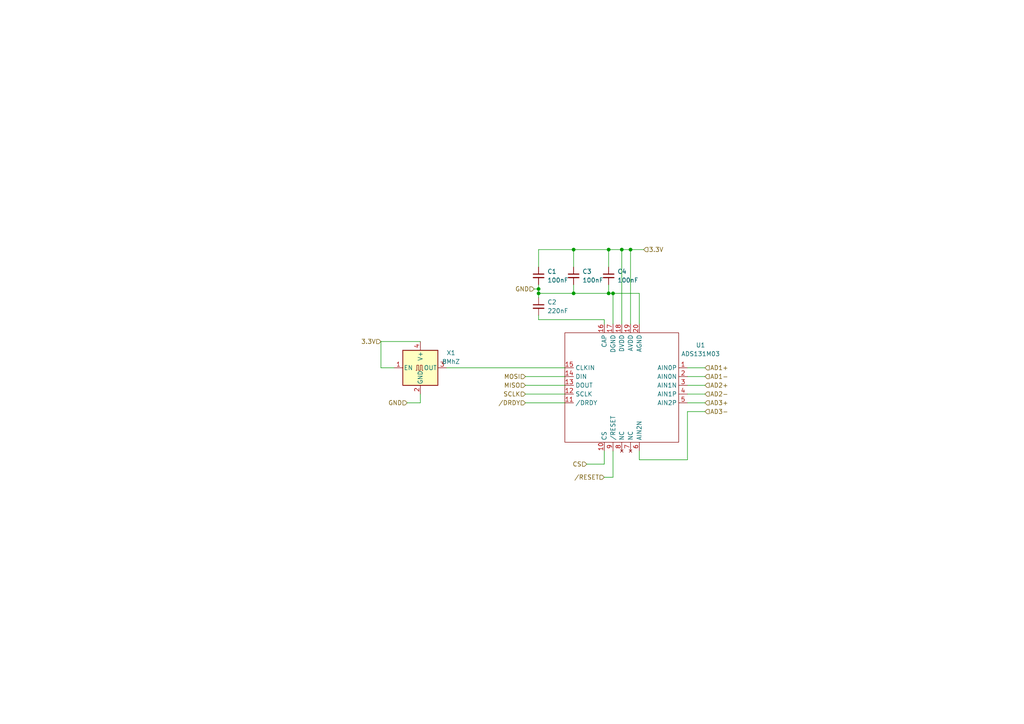
<source format=kicad_sch>
(kicad_sch (version 20211123) (generator eeschema)

  (uuid 021cf161-a04e-430c-aa23-55c6938afa59)

  (paper "A4")

  (lib_symbols
    (symbol "Device:C_Small" (pin_numbers hide) (pin_names (offset 0.254) hide) (in_bom yes) (on_board yes)
      (property "Reference" "C" (id 0) (at 0.254 1.778 0)
        (effects (font (size 1.27 1.27)) (justify left))
      )
      (property "Value" "C_Small" (id 1) (at 0.254 -2.032 0)
        (effects (font (size 1.27 1.27)) (justify left))
      )
      (property "Footprint" "" (id 2) (at 0 0 0)
        (effects (font (size 1.27 1.27)) hide)
      )
      (property "Datasheet" "~" (id 3) (at 0 0 0)
        (effects (font (size 1.27 1.27)) hide)
      )
      (property "ki_keywords" "capacitor cap" (id 4) (at 0 0 0)
        (effects (font (size 1.27 1.27)) hide)
      )
      (property "ki_description" "Unpolarized capacitor, small symbol" (id 5) (at 0 0 0)
        (effects (font (size 1.27 1.27)) hide)
      )
      (property "ki_fp_filters" "C_*" (id 6) (at 0 0 0)
        (effects (font (size 1.27 1.27)) hide)
      )
      (symbol "C_Small_0_1"
        (polyline
          (pts
            (xy -1.524 -0.508)
            (xy 1.524 -0.508)
          )
          (stroke (width 0.3302) (type default) (color 0 0 0 0))
          (fill (type none))
        )
        (polyline
          (pts
            (xy -1.524 0.508)
            (xy 1.524 0.508)
          )
          (stroke (width 0.3048) (type default) (color 0 0 0 0))
          (fill (type none))
        )
      )
      (symbol "C_Small_1_1"
        (pin passive line (at 0 2.54 270) (length 2.032)
          (name "~" (effects (font (size 1.27 1.27))))
          (number "1" (effects (font (size 1.27 1.27))))
        )
        (pin passive line (at 0 -2.54 90) (length 2.032)
          (name "~" (effects (font (size 1.27 1.27))))
          (number "2" (effects (font (size 1.27 1.27))))
        )
      )
    )
    (symbol "Oscillator:XO32" (pin_names (offset 0.254)) (in_bom yes) (on_board yes)
      (property "Reference" "X" (id 0) (at -5.08 6.35 0)
        (effects (font (size 1.27 1.27)) (justify left))
      )
      (property "Value" "XO32" (id 1) (at 1.27 -6.35 0)
        (effects (font (size 1.27 1.27)) (justify left))
      )
      (property "Footprint" "Oscillator:Oscillator_SMD_EuroQuartz_XO32-4Pin_3.2x2.5mm" (id 2) (at 17.78 -8.89 0)
        (effects (font (size 1.27 1.27)) hide)
      )
      (property "Datasheet" "http://cdn-reichelt.de/documents/datenblatt/B400/XO32.pdf" (id 3) (at -2.54 0 0)
        (effects (font (size 1.27 1.27)) hide)
      )
      (property "ki_keywords" "Crystal Clock Oscillator" (id 4) (at 0 0 0)
        (effects (font (size 1.27 1.27)) hide)
      )
      (property "ki_description" "HCMOS Clock Oscillator" (id 5) (at 0 0 0)
        (effects (font (size 1.27 1.27)) hide)
      )
      (property "ki_fp_filters" "Oscillator*SMD*EuroQuartz*XO32*3.2x2.5mm*" (id 6) (at 0 0 0)
        (effects (font (size 1.27 1.27)) hide)
      )
      (symbol "XO32_0_1"
        (rectangle (start -5.08 5.08) (end 5.08 -5.08)
          (stroke (width 0.254) (type default) (color 0 0 0 0))
          (fill (type background))
        )
        (polyline
          (pts
            (xy -1.27 -0.762)
            (xy -1.016 -0.762)
            (xy -1.016 0.762)
            (xy -0.508 0.762)
            (xy -0.508 -0.762)
            (xy 0 -0.762)
            (xy 0 0.762)
            (xy 0.508 0.762)
            (xy 0.508 -0.762)
            (xy 0.762 -0.762)
          )
          (stroke (width 0) (type default) (color 0 0 0 0))
          (fill (type none))
        )
      )
      (symbol "XO32_1_1"
        (pin input line (at -7.62 0 0) (length 2.54)
          (name "EN" (effects (font (size 1.27 1.27))))
          (number "1" (effects (font (size 1.27 1.27))))
        )
        (pin power_in line (at 0 -7.62 90) (length 2.54)
          (name "GND" (effects (font (size 1.27 1.27))))
          (number "2" (effects (font (size 1.27 1.27))))
        )
        (pin output line (at 7.62 0 180) (length 2.54)
          (name "OUT" (effects (font (size 1.27 1.27))))
          (number "3" (effects (font (size 1.27 1.27))))
        )
        (pin power_in line (at 0 7.62 270) (length 2.54)
          (name "V+" (effects (font (size 1.27 1.27))))
          (number "4" (effects (font (size 1.27 1.27))))
        )
      )
    )
    (symbol "parts:ADS131M03" (in_bom yes) (on_board yes)
      (property "Reference" "U" (id 0) (at 7.62 19.05 0)
        (effects (font (size 1.27 1.27)))
      )
      (property "Value" "ADS131M03" (id 1) (at 12.7 16.51 0)
        (effects (font (size 1.27 1.27)))
      )
      (property "Footprint" "" (id 2) (at 0 26.67 0)
        (effects (font (size 1.27 1.27)) hide)
      )
      (property "Datasheet" "" (id 3) (at 0 26.67 0)
        (effects (font (size 1.27 1.27)) hide)
      )
      (symbol "ADS131M03_0_1"
        (rectangle (start -16.51 15.24) (end 16.51 -16.51)
          (stroke (width 0) (type default) (color 0 0 0 0))
          (fill (type none))
        )
      )
      (symbol "ADS131M03_1_1"
        (pin input line (at -19.05 5.08 0) (length 2.54)
          (name "AIN0P" (effects (font (size 1.27 1.27))))
          (number "1" (effects (font (size 1.27 1.27))))
        )
        (pin input line (at 5.08 -19.05 90) (length 2.54)
          (name "CS" (effects (font (size 1.27 1.27))))
          (number "10" (effects (font (size 1.27 1.27))))
        )
        (pin output line (at 16.51 -5.08 180) (length 2.54)
          (name "/DRDY" (effects (font (size 1.27 1.27))))
          (number "11" (effects (font (size 1.27 1.27))))
        )
        (pin input line (at 16.51 -2.54 180) (length 2.54)
          (name "SCLK" (effects (font (size 1.27 1.27))))
          (number "12" (effects (font (size 1.27 1.27))))
        )
        (pin output line (at 16.51 0 180) (length 2.54)
          (name "DOUT" (effects (font (size 1.27 1.27))))
          (number "13" (effects (font (size 1.27 1.27))))
        )
        (pin input line (at 16.51 2.54 180) (length 2.54)
          (name "DIN" (effects (font (size 1.27 1.27))))
          (number "14" (effects (font (size 1.27 1.27))))
        )
        (pin input line (at 16.51 5.08 180) (length 2.54)
          (name "CLKIN" (effects (font (size 1.27 1.27))))
          (number "15" (effects (font (size 1.27 1.27))))
        )
        (pin passive line (at 5.08 17.78 270) (length 2.54)
          (name "CAP" (effects (font (size 1.27 1.27))))
          (number "16" (effects (font (size 1.27 1.27))))
        )
        (pin power_in line (at 2.54 17.78 270) (length 2.54)
          (name "DGND" (effects (font (size 1.27 1.27))))
          (number "17" (effects (font (size 1.27 1.27))))
        )
        (pin power_in line (at 0 17.78 270) (length 2.54)
          (name "DVDD" (effects (font (size 1.27 1.27))))
          (number "18" (effects (font (size 1.27 1.27))))
        )
        (pin power_in line (at -2.54 17.78 270) (length 2.54)
          (name "AVDD" (effects (font (size 1.27 1.27))))
          (number "19" (effects (font (size 1.27 1.27))))
        )
        (pin input line (at -19.05 2.54 0) (length 2.54)
          (name "AIN0N" (effects (font (size 1.27 1.27))))
          (number "2" (effects (font (size 1.27 1.27))))
        )
        (pin power_in line (at -5.08 17.78 270) (length 2.54)
          (name "AGND" (effects (font (size 1.27 1.27))))
          (number "20" (effects (font (size 1.27 1.27))))
        )
        (pin input line (at -19.05 0 0) (length 2.54)
          (name "AIN1N" (effects (font (size 1.27 1.27))))
          (number "3" (effects (font (size 1.27 1.27))))
        )
        (pin input line (at -19.05 -2.54 0) (length 2.54)
          (name "AIN1P" (effects (font (size 1.27 1.27))))
          (number "4" (effects (font (size 1.27 1.27))))
        )
        (pin input line (at -19.05 -5.08 0) (length 2.54)
          (name "AIN2P" (effects (font (size 1.27 1.27))))
          (number "5" (effects (font (size 1.27 1.27))))
        )
        (pin input line (at -5.08 -19.05 90) (length 2.54)
          (name "AIN2N" (effects (font (size 1.27 1.27))))
          (number "6" (effects (font (size 1.27 1.27))))
        )
        (pin no_connect line (at -2.54 -19.05 90) (length 2.54)
          (name "NC" (effects (font (size 1.27 1.27))))
          (number "7" (effects (font (size 1.27 1.27))))
        )
        (pin no_connect line (at 0 -19.05 90) (length 2.54)
          (name "NC" (effects (font (size 1.27 1.27))))
          (number "8" (effects (font (size 1.27 1.27))))
        )
        (pin input line (at 2.54 -19.05 90) (length 2.54)
          (name "/RESET" (effects (font (size 1.27 1.27))))
          (number "9" (effects (font (size 1.27 1.27))))
        )
      )
    )
  )

  (junction (at 166.37 72.39) (diameter 0) (color 0 0 0 0)
    (uuid 299f5b3a-7533-433d-afbd-31fbc9b87e19)
  )
  (junction (at 180.34 72.39) (diameter 0) (color 0 0 0 0)
    (uuid 29f6fad9-d684-42d0-82f3-0082ce96a7a4)
  )
  (junction (at 182.88 72.39) (diameter 0) (color 0 0 0 0)
    (uuid 54d49754-6dac-4b67-affc-2b062a44916e)
  )
  (junction (at 177.8 85.09) (diameter 0) (color 0 0 0 0)
    (uuid 56466e1f-499e-470b-82b4-72dcf6b935de)
  )
  (junction (at 166.37 85.09) (diameter 0) (color 0 0 0 0)
    (uuid 91d38618-a080-4165-b7b1-838b672ec208)
  )
  (junction (at 176.53 72.39) (diameter 0) (color 0 0 0 0)
    (uuid b430809f-704f-4e7d-b644-54f73168fb8f)
  )
  (junction (at 156.21 85.09) (diameter 0) (color 0 0 0 0)
    (uuid b7c3fe84-af51-47e0-b00c-bde35d5c9392)
  )
  (junction (at 176.53 85.09) (diameter 0) (color 0 0 0 0)
    (uuid ee43f686-7633-4e3e-a002-f9e338c3ef83)
  )
  (junction (at 156.21 83.82) (diameter 0) (color 0 0 0 0)
    (uuid fe4f034c-6850-4040-8738-706a4bde5e74)
  )

  (wire (pts (xy 176.53 72.39) (xy 176.53 77.47))
    (stroke (width 0) (type default) (color 0 0 0 0))
    (uuid 05ca8d2e-71c1-4133-a922-cbd82cd621b1)
  )
  (wire (pts (xy 176.53 85.09) (xy 177.8 85.09))
    (stroke (width 0) (type default) (color 0 0 0 0))
    (uuid 06130a3f-b519-4f6c-82a6-e67accbae07b)
  )
  (wire (pts (xy 175.26 92.71) (xy 175.26 93.98))
    (stroke (width 0) (type default) (color 0 0 0 0))
    (uuid 0d1cca8b-1808-47ae-bffd-0ccc50894f08)
  )
  (wire (pts (xy 185.42 133.35) (xy 185.42 130.81))
    (stroke (width 0) (type default) (color 0 0 0 0))
    (uuid 1190871e-7691-4380-bdc7-0368cef1e349)
  )
  (wire (pts (xy 156.21 92.71) (xy 175.26 92.71))
    (stroke (width 0) (type default) (color 0 0 0 0))
    (uuid 161af741-093f-4355-aac5-59fc29319941)
  )
  (wire (pts (xy 156.21 77.47) (xy 156.21 72.39))
    (stroke (width 0) (type default) (color 0 0 0 0))
    (uuid 16e9622b-eb48-46b7-9b91-6e792cc2d61b)
  )
  (wire (pts (xy 110.49 99.06) (xy 121.92 99.06))
    (stroke (width 0) (type default) (color 0 0 0 0))
    (uuid 1c6bf620-bada-4454-b138-3a12aa1e9793)
  )
  (wire (pts (xy 175.26 134.62) (xy 175.26 130.81))
    (stroke (width 0) (type default) (color 0 0 0 0))
    (uuid 20f30012-7fc8-4f55-816c-0df1b3239edb)
  )
  (wire (pts (xy 185.42 85.09) (xy 185.42 93.98))
    (stroke (width 0) (type default) (color 0 0 0 0))
    (uuid 21419d51-240f-4d4d-8947-45a46ab95856)
  )
  (wire (pts (xy 176.53 82.55) (xy 176.53 85.09))
    (stroke (width 0) (type default) (color 0 0 0 0))
    (uuid 2299c2c5-9414-4c63-9f32-5c9e7db73ba4)
  )
  (wire (pts (xy 129.54 106.68) (xy 163.83 106.68))
    (stroke (width 0) (type default) (color 0 0 0 0))
    (uuid 39f3aa53-29c1-4498-a5e5-0728158ce095)
  )
  (wire (pts (xy 199.39 109.22) (xy 204.47 109.22))
    (stroke (width 0) (type default) (color 0 0 0 0))
    (uuid 41973fb4-c6d9-476e-8774-0da6d2d31b8e)
  )
  (wire (pts (xy 156.21 85.09) (xy 156.21 86.36))
    (stroke (width 0) (type default) (color 0 0 0 0))
    (uuid 44879175-ad1c-4eaf-820e-5177b22c44cf)
  )
  (wire (pts (xy 199.39 106.68) (xy 204.47 106.68))
    (stroke (width 0) (type default) (color 0 0 0 0))
    (uuid 47d7e998-abcf-4a20-9dc6-e3629776e22c)
  )
  (wire (pts (xy 180.34 72.39) (xy 180.34 93.98))
    (stroke (width 0) (type default) (color 0 0 0 0))
    (uuid 4aa54477-43dc-4a54-8398-8636f37fb60b)
  )
  (wire (pts (xy 156.21 85.09) (xy 156.21 83.82))
    (stroke (width 0) (type default) (color 0 0 0 0))
    (uuid 4f59afea-52a6-42ef-a827-b3f6d4652563)
  )
  (wire (pts (xy 152.4 111.76) (xy 163.83 111.76))
    (stroke (width 0) (type default) (color 0 0 0 0))
    (uuid 50e6e7dd-73e0-4324-bc63-c9a8c6c1e423)
  )
  (wire (pts (xy 170.18 134.62) (xy 175.26 134.62))
    (stroke (width 0) (type default) (color 0 0 0 0))
    (uuid 5c4c69df-a6ff-46f5-a639-3fbd080e0d84)
  )
  (wire (pts (xy 182.88 72.39) (xy 186.69 72.39))
    (stroke (width 0) (type default) (color 0 0 0 0))
    (uuid 5e370ace-c9ad-4c35-bd53-e5018a993304)
  )
  (wire (pts (xy 121.92 116.84) (xy 121.92 114.3))
    (stroke (width 0) (type default) (color 0 0 0 0))
    (uuid 665bf931-97d7-42da-9ce8-976b7b1484a3)
  )
  (wire (pts (xy 199.39 119.38) (xy 204.47 119.38))
    (stroke (width 0) (type default) (color 0 0 0 0))
    (uuid 733adb7e-7cf1-4c82-b728-58125373a7ad)
  )
  (wire (pts (xy 156.21 83.82) (xy 156.21 82.55))
    (stroke (width 0) (type default) (color 0 0 0 0))
    (uuid 736d6d80-d539-4579-ab67-fecc77b5de02)
  )
  (wire (pts (xy 199.39 114.3) (xy 204.47 114.3))
    (stroke (width 0) (type default) (color 0 0 0 0))
    (uuid 7d17f14c-b38c-4b3e-a3ca-9b3cdc464329)
  )
  (wire (pts (xy 199.39 116.84) (xy 204.47 116.84))
    (stroke (width 0) (type default) (color 0 0 0 0))
    (uuid 83275f4a-e598-4003-b7ad-6ae32416b071)
  )
  (wire (pts (xy 166.37 72.39) (xy 166.37 77.47))
    (stroke (width 0) (type default) (color 0 0 0 0))
    (uuid 8485909a-d295-4bcd-8087-6ec545558ed5)
  )
  (wire (pts (xy 152.4 114.3) (xy 163.83 114.3))
    (stroke (width 0) (type default) (color 0 0 0 0))
    (uuid 883d9c29-1826-4d48-b045-2d38701438c8)
  )
  (wire (pts (xy 182.88 72.39) (xy 182.88 93.98))
    (stroke (width 0) (type default) (color 0 0 0 0))
    (uuid 931f931d-df88-4c39-8cf5-f92c173a0f72)
  )
  (wire (pts (xy 166.37 85.09) (xy 176.53 85.09))
    (stroke (width 0) (type default) (color 0 0 0 0))
    (uuid 9c04e4c4-cb62-439d-86c7-32335ce55af4)
  )
  (wire (pts (xy 177.8 138.43) (xy 177.8 130.81))
    (stroke (width 0) (type default) (color 0 0 0 0))
    (uuid 9f46b781-ea4a-4e83-9037-a4f56c170db1)
  )
  (wire (pts (xy 176.53 72.39) (xy 180.34 72.39))
    (stroke (width 0) (type default) (color 0 0 0 0))
    (uuid a1c288cd-b5b3-4baa-aacf-8315b733cfd7)
  )
  (wire (pts (xy 166.37 82.55) (xy 166.37 85.09))
    (stroke (width 0) (type default) (color 0 0 0 0))
    (uuid a5a33ea2-691d-4ae1-ac35-6817142c2d93)
  )
  (wire (pts (xy 166.37 72.39) (xy 176.53 72.39))
    (stroke (width 0) (type default) (color 0 0 0 0))
    (uuid a682f920-ae4d-4d8a-b0af-2188282ae9c6)
  )
  (wire (pts (xy 180.34 72.39) (xy 182.88 72.39))
    (stroke (width 0) (type default) (color 0 0 0 0))
    (uuid a6c5dec8-4ad2-4a56-a82f-7606a7697b2d)
  )
  (wire (pts (xy 166.37 85.09) (xy 156.21 85.09))
    (stroke (width 0) (type default) (color 0 0 0 0))
    (uuid a9b5a8af-ce38-4253-8030-d2a2d99cc840)
  )
  (wire (pts (xy 175.26 138.43) (xy 177.8 138.43))
    (stroke (width 0) (type default) (color 0 0 0 0))
    (uuid b41836e0-06b3-4a3f-b6c4-27114c233ee8)
  )
  (wire (pts (xy 118.11 116.84) (xy 121.92 116.84))
    (stroke (width 0) (type default) (color 0 0 0 0))
    (uuid bc2d347b-9ca9-4947-a617-18258bd527c4)
  )
  (wire (pts (xy 114.3 106.68) (xy 110.49 106.68))
    (stroke (width 0) (type default) (color 0 0 0 0))
    (uuid bca2e64c-ba54-4b32-bdb9-986b18373b8f)
  )
  (wire (pts (xy 110.49 99.06) (xy 110.49 106.68))
    (stroke (width 0) (type default) (color 0 0 0 0))
    (uuid bdb5b1bb-3bbb-4ca8-b603-4ebda04ba844)
  )
  (wire (pts (xy 177.8 85.09) (xy 177.8 93.98))
    (stroke (width 0) (type default) (color 0 0 0 0))
    (uuid c9a8b410-080b-41f2-a746-2aea17b02d58)
  )
  (wire (pts (xy 177.8 85.09) (xy 185.42 85.09))
    (stroke (width 0) (type default) (color 0 0 0 0))
    (uuid d387590d-3ba3-4736-bb4a-dd02835ac5bb)
  )
  (wire (pts (xy 199.39 133.35) (xy 185.42 133.35))
    (stroke (width 0) (type default) (color 0 0 0 0))
    (uuid d5a8e7a9-bb14-41a4-b1dd-942972499bfa)
  )
  (wire (pts (xy 199.39 119.38) (xy 199.39 133.35))
    (stroke (width 0) (type default) (color 0 0 0 0))
    (uuid d6ba4f66-667d-4adc-9f1c-500b6dd256f7)
  )
  (wire (pts (xy 156.21 91.44) (xy 156.21 92.71))
    (stroke (width 0) (type default) (color 0 0 0 0))
    (uuid d87ddbc8-743d-4306-865d-a381cc92fa90)
  )
  (wire (pts (xy 199.39 111.76) (xy 204.47 111.76))
    (stroke (width 0) (type default) (color 0 0 0 0))
    (uuid d9d86250-8fee-4aff-aae4-70b384b1eb51)
  )
  (wire (pts (xy 156.21 72.39) (xy 166.37 72.39))
    (stroke (width 0) (type default) (color 0 0 0 0))
    (uuid dd9fa444-4fb3-4376-9c55-f02ec1f47794)
  )
  (wire (pts (xy 152.4 116.84) (xy 163.83 116.84))
    (stroke (width 0) (type default) (color 0 0 0 0))
    (uuid e75f163b-f690-4d89-9a5c-30a9203030ef)
  )
  (wire (pts (xy 154.94 83.82) (xy 156.21 83.82))
    (stroke (width 0) (type default) (color 0 0 0 0))
    (uuid ed65dec2-598a-4d51-9138-4466f855e2e9)
  )
  (wire (pts (xy 152.4 109.22) (xy 163.83 109.22))
    (stroke (width 0) (type default) (color 0 0 0 0))
    (uuid f7b988a2-61e5-4889-b3ac-a713e79211ba)
  )

  (hierarchical_label "{slash}DRDY" (shape input) (at 152.4 116.84 180)
    (effects (font (size 1.27 1.27)) (justify right))
    (uuid 1406ab03-cc82-44f2-bcbd-39d489f72f94)
  )
  (hierarchical_label "SCLK" (shape input) (at 152.4 114.3 180)
    (effects (font (size 1.27 1.27)) (justify right))
    (uuid 1aee5cc1-4ed3-4a7c-a297-61f0f2678cb3)
  )
  (hierarchical_label "AD1-" (shape input) (at 204.47 109.22 0)
    (effects (font (size 1.27 1.27)) (justify left))
    (uuid 1f6caf9c-5e3b-4d7c-a5a2-7d12c53a8291)
  )
  (hierarchical_label "AD3+" (shape input) (at 204.47 116.84 0)
    (effects (font (size 1.27 1.27)) (justify left))
    (uuid 3b2db01c-a7d2-47c6-84a9-b58fd5477d61)
  )
  (hierarchical_label "3.3V" (shape input) (at 110.49 99.06 180)
    (effects (font (size 1.27 1.27)) (justify right))
    (uuid 4211ee26-cd7d-4c5e-9a09-29d3ea502a37)
  )
  (hierarchical_label "AD3-" (shape input) (at 204.47 119.38 0)
    (effects (font (size 1.27 1.27)) (justify left))
    (uuid 58ad2e3e-5950-4e4c-b137-2dd49925a27d)
  )
  (hierarchical_label "{slash}RESET" (shape input) (at 175.26 138.43 180)
    (effects (font (size 1.27 1.27)) (justify right))
    (uuid 66883028-fc0f-4563-91e9-b644e32a3838)
  )
  (hierarchical_label "AD1+" (shape input) (at 204.47 106.68 0)
    (effects (font (size 1.27 1.27)) (justify left))
    (uuid 6ddd5b77-28d1-4c50-af9a-c85c0dbd7101)
  )
  (hierarchical_label "GND" (shape input) (at 154.94 83.82 180)
    (effects (font (size 1.27 1.27)) (justify right))
    (uuid 7ce8164b-c436-48e9-a48b-e40327f9da1d)
  )
  (hierarchical_label "MOSI" (shape input) (at 152.4 109.22 180)
    (effects (font (size 1.27 1.27)) (justify right))
    (uuid 8ac28c99-c642-4bef-9e0e-35a658fb2e0d)
  )
  (hierarchical_label "AD2-" (shape input) (at 204.47 114.3 0)
    (effects (font (size 1.27 1.27)) (justify left))
    (uuid 8c655716-1910-4352-946d-c6f33a9bba94)
  )
  (hierarchical_label "GND" (shape input) (at 118.11 116.84 180)
    (effects (font (size 1.27 1.27)) (justify right))
    (uuid 91a92c3a-a721-466f-a39a-de7dccbce2dc)
  )
  (hierarchical_label "AD2+" (shape input) (at 204.47 111.76 0)
    (effects (font (size 1.27 1.27)) (justify left))
    (uuid a24fa7fd-65e8-4709-b4b5-c949561fba29)
  )
  (hierarchical_label "MISO" (shape input) (at 152.4 111.76 180)
    (effects (font (size 1.27 1.27)) (justify right))
    (uuid bd5e804d-fd11-48e1-9ed4-731287121f72)
  )
  (hierarchical_label "CS" (shape input) (at 170.18 134.62 180)
    (effects (font (size 1.27 1.27)) (justify right))
    (uuid e99b7cc5-b0d9-4701-9d90-01f090b6d013)
  )
  (hierarchical_label "3.3V" (shape input) (at 186.69 72.39 0)
    (effects (font (size 1.27 1.27)) (justify left))
    (uuid eb852a38-fe39-40bd-97c5-44dd1358b9ba)
  )

  (symbol (lib_id "Oscillator:XO32") (at 121.92 106.68 0) (unit 1)
    (in_bom yes) (on_board yes) (fields_autoplaced)
    (uuid 2d99e0f5-7164-4e13-8374-22febae45820)
    (property "Reference" "X1" (id 0) (at 130.81 102.3493 0))
    (property "Value" "8MhZ" (id 1) (at 130.81 104.8893 0))
    (property "Footprint" "Oscillator:Oscillator_SMD_EuroQuartz_XO32-4Pin_3.2x2.5mm" (id 2) (at 139.7 115.57 0)
      (effects (font (size 1.27 1.27)) hide)
    )
    (property "Datasheet" "https://www.jauch.com/downloadfile/5ef1edcfb8e2f73163c8ce8009ef659d1/jo32-1.8-3.3v.pdf" (id 3) (at 119.38 106.68 0)
      (effects (font (size 1.27 1.27)) hide)
    )
    (property "MPN" "O 8,0-JO32-B-1V3-1-T1-LF" (id 4) (at 121.92 106.68 0)
      (effects (font (size 1.27 1.27)) hide)
    )
    (pin "1" (uuid 2aa8feaa-142c-430e-b84b-6577a76f8507))
    (pin "2" (uuid e388323d-8db6-4026-bcf8-24fee62129e9))
    (pin "3" (uuid 2e4571f8-44f2-4038-b347-6059daabcfaf))
    (pin "4" (uuid 1c828ea3-fcc0-40a4-bcb7-aae7306196dc))
  )

  (symbol (lib_id "Device:C_Small") (at 176.53 80.01 0) (unit 1)
    (in_bom yes) (on_board yes) (fields_autoplaced)
    (uuid 30ff46ab-4c40-4f49-8692-5badb51bf396)
    (property "Reference" "C4" (id 0) (at 179.07 78.7462 0)
      (effects (font (size 1.27 1.27)) (justify left))
    )
    (property "Value" "100nF" (id 1) (at 179.07 81.2862 0)
      (effects (font (size 1.27 1.27)) (justify left))
    )
    (property "Footprint" "Capacitor_SMD:C_0603_1608Metric" (id 2) (at 176.53 80.01 0)
      (effects (font (size 1.27 1.27)) hide)
    )
    (property "Datasheet" "~" (id 3) (at 176.53 80.01 0)
      (effects (font (size 1.27 1.27)) hide)
    )
    (pin "1" (uuid d1cc5a54-9df1-4164-8722-a4076c0dfba4))
    (pin "2" (uuid 9aa510e7-10ab-494e-9adf-cc6cd8d72447))
  )

  (symbol (lib_id "Device:C_Small") (at 166.37 80.01 0) (unit 1)
    (in_bom yes) (on_board yes) (fields_autoplaced)
    (uuid 5dbe3973-bc84-4f5e-af85-f3caa0957bfa)
    (property "Reference" "C3" (id 0) (at 168.91 78.7462 0)
      (effects (font (size 1.27 1.27)) (justify left))
    )
    (property "Value" "100nF" (id 1) (at 168.91 81.2862 0)
      (effects (font (size 1.27 1.27)) (justify left))
    )
    (property "Footprint" "Capacitor_SMD:C_0603_1608Metric" (id 2) (at 166.37 80.01 0)
      (effects (font (size 1.27 1.27)) hide)
    )
    (property "Datasheet" "~" (id 3) (at 166.37 80.01 0)
      (effects (font (size 1.27 1.27)) hide)
    )
    (pin "1" (uuid 93aef08f-d911-4ed3-8c5d-e4572b684d41))
    (pin "2" (uuid dd32aa70-308c-4f2e-b4af-07436aa7262d))
  )

  (symbol (lib_id "Device:C_Small") (at 156.21 88.9 0) (unit 1)
    (in_bom yes) (on_board yes) (fields_autoplaced)
    (uuid 6d3cbc8f-888f-4e0b-8988-28779a2cfc11)
    (property "Reference" "C2" (id 0) (at 158.75 87.6362 0)
      (effects (font (size 1.27 1.27)) (justify left))
    )
    (property "Value" "220nF" (id 1) (at 158.75 90.1762 0)
      (effects (font (size 1.27 1.27)) (justify left))
    )
    (property "Footprint" "Capacitor_SMD:C_0603_1608Metric" (id 2) (at 156.21 88.9 0)
      (effects (font (size 1.27 1.27)) hide)
    )
    (property "Datasheet" "~" (id 3) (at 156.21 88.9 0)
      (effects (font (size 1.27 1.27)) hide)
    )
    (pin "1" (uuid ebb4c539-6f02-45b6-858a-0bc12f27a99a))
    (pin "2" (uuid c5abc177-7a72-4409-add8-affa52a764c5))
  )

  (symbol (lib_id "parts:ADS131M03") (at 180.34 111.76 0) (mirror y) (unit 1)
    (in_bom yes) (on_board yes) (fields_autoplaced)
    (uuid 9eabcbb3-bbe2-493a-ad8d-18415bdad638)
    (property "Reference" "U1" (id 0) (at 203.2 100.1012 0))
    (property "Value" "ADS131M03" (id 1) (at 203.2 102.6412 0))
    (property "Footprint" "Package_DFN_QFN:WQFN-20-1EP_3x3mm_P0.4mm_EP1.7x1.7mm" (id 2) (at 180.34 85.09 0)
      (effects (font (size 1.27 1.27)) hide)
    )
    (property "Datasheet" "" (id 3) (at 180.34 85.09 0)
      (effects (font (size 1.27 1.27)) hide)
    )
    (pin "1" (uuid fbb6b872-3d3d-4726-84ce-fd13c7100781))
    (pin "10" (uuid 401e0ae0-9685-458b-bbd2-1f0ff080bcf8))
    (pin "11" (uuid d90c06ff-fb51-4ab7-8d42-f4988ad31cc8))
    (pin "12" (uuid 6889cce7-7b17-470f-b76d-986ce6db4658))
    (pin "13" (uuid f1ed5572-0fa9-4e9d-a411-5dcb7ff69673))
    (pin "14" (uuid 1f5beb24-3b2e-478d-868e-22a9166bce3e))
    (pin "15" (uuid f7a593c3-0f61-4d7c-8cda-488eb4e1f680))
    (pin "16" (uuid a8bd7067-17e7-48fc-b14a-1f5abc4ce7a3))
    (pin "17" (uuid 022235f4-a941-4297-afd8-b3627c9c8d0b))
    (pin "18" (uuid 598f9c04-a2c7-45cb-a1dc-7583607665ff))
    (pin "19" (uuid 65aaea80-9950-4a07-9b86-724a2dd175e4))
    (pin "2" (uuid caf58a50-74cb-40c8-8a00-3ee16fc0c23f))
    (pin "20" (uuid 439e2db2-11b4-4785-bb13-05534078591c))
    (pin "3" (uuid 9583f663-1b42-4362-b089-2f22f18da23e))
    (pin "4" (uuid 68bdb318-a674-47f4-b733-4773ffa628ed))
    (pin "5" (uuid 7f245329-92ad-424a-8732-7f666a030c5d))
    (pin "6" (uuid 1ffccd88-8c60-4dc8-88ac-291f134adace))
    (pin "7" (uuid 254284ea-bb7d-4a8c-94dd-179950d33632))
    (pin "8" (uuid 3e457ea6-cabb-4546-a84c-bcfea92e37ef))
    (pin "9" (uuid 07d9e260-bf96-4407-bdf0-2e015e2c60df))
  )

  (symbol (lib_id "Device:C_Small") (at 156.21 80.01 0) (unit 1)
    (in_bom yes) (on_board yes) (fields_autoplaced)
    (uuid ea200e7e-f40d-4f87-8e32-3fc38d11f0ac)
    (property "Reference" "C1" (id 0) (at 158.75 78.7462 0)
      (effects (font (size 1.27 1.27)) (justify left))
    )
    (property "Value" "100nF" (id 1) (at 158.75 81.2862 0)
      (effects (font (size 1.27 1.27)) (justify left))
    )
    (property "Footprint" "Capacitor_SMD:C_0603_1608Metric" (id 2) (at 156.21 80.01 0)
      (effects (font (size 1.27 1.27)) hide)
    )
    (property "Datasheet" "~" (id 3) (at 156.21 80.01 0)
      (effects (font (size 1.27 1.27)) hide)
    )
    (pin "1" (uuid d779e78b-baa6-4ad5-b272-3d21361cdd5f))
    (pin "2" (uuid 22b8642a-5f04-4761-8321-6379954576fa))
  )
)

</source>
